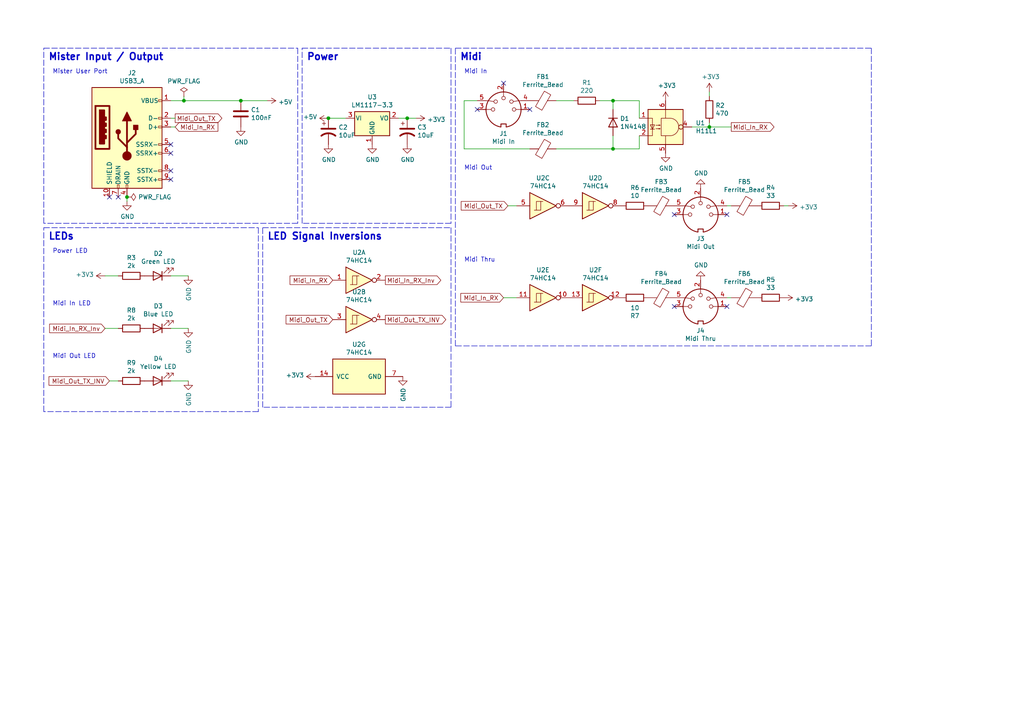
<source format=kicad_sch>
(kicad_sch (version 20211123) (generator eeschema)
  (paper "A4")
  (title_block (title "Mister Midi PCB") (date "2021-06-27") (rev "1.0"))
  (lib_symbols
    (symbol "74xx:74HC14" (pin_names (offset 1.016))
      (property "Reference" "U" (at 0 1.27 0))
      (property "Value" "74HC14" (at 0 -1.27 0))
      (symbol "74HC14_1_0"
        (polyline (pts (xy -3.81 3.81) (xy -3.81 -3.81) (xy 3.81 0) (xy -3.81 3.81)) (stroke (width 0.254)) (fill (type background)))
        (pin input line (at -7.62 0 0) (length 3.81) (name "~") (number "1"))
        (pin output inverted (at 7.62 0 180) (length 3.81) (name "~") (number "2"))
      )
      (symbol "74HC14_1_1"
        (polyline (pts (xy -1.905 -1.27) (xy -1.905 1.27) (xy -0.635 1.27)))
        (polyline (pts (xy -2.54 -1.27) (xy -0.635 -1.27) (xy -0.635 1.27) (xy 0 1.27)))
      )
      (symbol "74HC14_2_0"
        (polyline (pts (xy -3.81 3.81) (xy -3.81 -3.81) (xy 3.81 0) (xy -3.81 3.81)) (stroke (width 0.254)) (fill (type background)))
        (pin input line (at -7.62 0 0) (length 3.81) (name "~") (number "3"))
        (pin output inverted (at 7.62 0 180) (length 3.81) (name "~") (number "4"))
      )
      (symbol "74HC14_2_1"
        (polyline (pts (xy -1.905 -1.27) (xy -1.905 1.27) (xy -0.635 1.27)))
        (polyline (pts (xy -2.54 -1.27) (xy -0.635 -1.27) (xy -0.635 1.27) (xy 0 1.27)))
      )
      (symbol "74HC14_3_0"
        (polyline (pts (xy -3.81 3.81) (xy -3.81 -3.81) (xy 3.81 0) (xy -3.81 3.81)) (stroke (width 0.254)) (fill (type background)))
        (pin input line (at -7.62 0 0) (length 3.81) (name "~") (number "5"))
        (pin output inverted (at 7.62 0 180) (length 3.81) (name "~") (number "6"))
      )
      (symbol "74HC14_3_1"
        (polyline (pts (xy -1.905 -1.27) (xy -1.905 1.27) (xy -0.635 1.27)))
        (polyline (pts (xy -2.54 -1.27) (xy -0.635 -1.27) (xy -0.635 1.27) (xy 0 1.27)))
      )
      (symbol "74HC14_4_0"
        (polyline (pts (xy -3.81 3.81) (xy -3.81 -3.81) (xy 3.81 0) (xy -3.81 3.81)) (stroke (width 0.254)) (fill (type background)))
        (pin output inverted (at 7.62 0 180) (length 3.81) (name "~") (number "8"))
        (pin input line (at -7.62 0 0) (length 3.81) (name "~") (number "9"))
      )
      (symbol "74HC14_4_1"
        (polyline (pts (xy -1.905 -1.27) (xy -1.905 1.27) (xy -0.635 1.27)))
        (polyline (pts (xy -2.54 -1.27) (xy -0.635 -1.27) (xy -0.635 1.27) (xy 0 1.27)))
      )
      (symbol "74HC14_5_0"
        (polyline (pts (xy -3.81 3.81) (xy -3.81 -3.81) (xy 3.81 0) (xy -3.81 3.81)) (stroke (width 0.254)) (fill (type background)))
        (pin output inverted (at 7.62 0 180) (length 3.81) (name "~") (number "10"))
        (pin input line (at -7.62 0 0) (length 3.81) (name "~") (number "11"))
      )
      (symbol "74HC14_5_1"
        (polyline (pts (xy -1.905 -1.27) (xy -1.905 1.27) (xy -0.635 1.27)))
        (polyline (pts (xy -2.54 -1.27) (xy -0.635 -1.27) (xy -0.635 1.27) (xy 0 1.27)))
      )
      (symbol "74HC14_6_0"
        (polyline (pts (xy -3.81 3.81) (xy -3.81 -3.81) (xy 3.81 0) (xy -3.81 3.81)) (stroke (width 0.254)) (fill (type background)))
        (pin output inverted (at 7.62 0 180) (length 3.81) (name "~") (number "12"))
        (pin input line (at -7.62 0 0) (length 3.81) (name "~") (number "13"))
      )
      (symbol "74HC14_6_1"
        (polyline (pts (xy -1.905 -1.27) (xy -1.905 1.27) (xy -0.635 1.27)))
        (polyline (pts (xy -2.54 -1.27) (xy -0.635 -1.27) (xy -0.635 1.27) (xy 0 1.27)))
      )
      (symbol "74HC14_7_0"
        (pin power_in line (at 0 12.7 270) (length 5.08) (name "VCC") (number "14"))
        (pin power_in line (at 0 -12.7 90) (length 5.08) (name "GND") (number "7"))
      )
      (symbol "74HC14_7_1"
        (rectangle (start -5.08 7.62) (end 5.08 -7.62) (stroke (width 0.254)) (fill (type background)))
      )
    )
    (symbol "Connector:DIN-5_180degree" (pin_names (offset 1.016))
      (property "Reference" "J" (at 3.175 5.715 0))
      (property "Value" "DIN-5_180degree" (at 0 -6.35 0))
      (symbol "DIN-5_180degree_0_1"
        (arc (start -5.08 0) (mid -3.8609 -3.3364) (end -0.762 -5.08) (stroke (width 0.254)))
        (circle (center -3.048 0) (radius 0.508))
        (circle (center -2.286 2.286) (radius 0.508))
        (polyline (pts (xy -5.08 0) (xy -3.556 0)))
        (polyline (pts (xy 0 5.08) (xy 0 3.81)))
        (polyline (pts (xy 5.08 0) (xy 3.556 0)))
        (polyline (pts (xy -5.08 2.54) (xy -4.318 2.54) (xy -2.794 2.286)))
        (polyline (pts (xy 5.08 2.54) (xy 4.318 2.54) (xy 2.794 2.286)))
        (polyline (pts (xy -0.762 -4.953) (xy -0.762 -4.191) (xy 0.762 -4.191) (xy 0.762 -4.953)) (stroke (width 0.254)))
        (circle (center 0 3.302) (radius 0.508))
        (arc (start 0.762 -5.08) (mid 3.8685 -3.343) (end 5.08 0) (stroke (width 0.254)))
        (circle (center 2.286 2.286) (radius 0.508))
        (circle (center 3.048 0) (radius 0.508))
        (arc (start 5.08 0) (mid 0 5.08) (end -5.08 0) (stroke (width 0.254)))
      )
      (symbol "DIN-5_180degree_1_1"
        (pin passive line (at -7.62 0 0) (length 2.54) (name "~") (number "1"))
        (pin passive line (at 0 7.62 270) (length 2.54) (name "~") (number "2"))
        (pin passive line (at 7.62 0 180) (length 2.54) (name "~") (number "3"))
        (pin passive line (at -7.62 2.54 0) (length 2.54) (name "~") (number "4"))
        (pin passive line (at 7.62 2.54 180) (length 2.54) (name "~") (number "5"))
      )
    )
    (symbol "Connector:USB3_A" (pin_names (offset 1.016))
      (property "Reference" "J" (at -10.16 15.24 0))
      (property "Value" "USB3_A" (at 10.16 15.24 0))
      (symbol "USB3_A_0_0"
        (rectangle (start -9.144 8.636) (end -5.08 -3.81) (stroke (width 0.508)))
        (rectangle (start -7.874 7.366) (end -6.604 -2.286) (stroke (width 0.508)) (fill (type outline)))
        (rectangle (start -6.35 0) (end -6.096 -0.762) (stroke (width 0.508)))
        (rectangle (start -6.35 1.778) (end -6.096 1.016) (stroke (width 0.508)))
        (rectangle (start -6.35 3.556) (end -6.096 2.794) (stroke (width 0.508)))
        (rectangle (start -6.35 5.334) (end -6.096 4.572) (stroke (width 0.508)))
        (rectangle (start -2.794 -15.24) (end -2.286 -14.224))
        (rectangle (start -0.254 -15.24) (end 0.254 -14.224))
        (rectangle (start 10.16 -12.446) (end 9.144 -12.954))
        (rectangle (start 10.16 -9.906) (end 9.144 -10.414))
        (rectangle (start 10.16 -4.826) (end 9.144 -5.334))
        (rectangle (start 10.16 -2.286) (end 9.144 -2.794))
        (rectangle (start 10.16 2.794) (end 9.144 2.286))
        (rectangle (start 10.16 5.334) (end 9.144 4.826))
        (rectangle (start 10.16 10.414) (end 9.144 9.906))
      )
      (symbol "USB3_A_0_1"
        (rectangle (start -10.16 13.97) (end 10.16 -15.24) (stroke (width 0.254)) (fill (type background)))
      )
      (symbol "USB3_A_1_1"
        (circle (center -2.54 1.143) (radius 0.635) (stroke (width 0.254)) (fill (type outline)))
        (circle (center 0 -5.842) (radius 1.27) (fill (type outline)))
        (polyline (pts (xy 0 -5.842) (xy 0 4.318)) (stroke (width 0.508)))
        (polyline (pts (xy 0 -3.302) (xy -2.54 -0.762) (xy -2.54 0.508)) (stroke (width 0.508)))
        (polyline (pts (xy 0 -2.032) (xy 2.54 0.508) (xy 2.54 1.778)) (stroke (width 0.508)))
        (polyline (pts (xy -1.27 4.318) (xy 0 6.858) (xy 1.27 4.318) (xy -1.27 4.318)) (stroke (width 0.254)) (fill (type outline)))
        (rectangle (start 1.905 1.778) (end 3.175 3.048) (stroke (width 0.254)) (fill (type outline)))
        (pin power_in line (at 12.7 10.16 180) (length 2.54) (name "VBUS") (number "1"))
        (pin passive line (at -5.08 -17.78 90) (length 2.54) (name "SHIELD") (number "10"))
        (pin bidirectional line (at 12.7 5.08 180) (length 2.54) (name "D-") (number "2"))
        (pin bidirectional line (at 12.7 2.54 180) (length 2.54) (name "D+") (number "3"))
        (pin power_in line (at 0 -17.78 90) (length 2.54) (name "GND") (number "4"))
        (pin output line (at 12.7 -2.54 180) (length 2.54) (name "SSRX-") (number "5"))
        (pin output line (at 12.7 -5.08 180) (length 2.54) (name "SSRX+") (number "6"))
        (pin passive line (at -2.54 -17.78 90) (length 2.54) (name "DRAIN") (number "7"))
        (pin input line (at 12.7 -10.16 180) (length 2.54) (name "SSTX-") (number "8"))
        (pin input line (at 12.7 -12.7 180) (length 2.54) (name "SSTX+") (number "9"))
      )
    )
    (symbol "Device:C" (pin_numbers hide) (pin_names (offset 0.254))
      (property "Reference" "C" (at 0.635 2.54 0))
      (property "Value" "C" (at 0.635 -2.54 0))
      (symbol "C_0_1"
        (polyline (pts (xy -2.032 -0.762) (xy 2.032 -0.762)) (stroke (width 0.508)))
        (polyline (pts (xy -2.032 0.762) (xy 2.032 0.762)) (stroke (width 0.508)))
      )
      (symbol "C_1_1"
        (pin passive line (at 0 3.81 270) (length 2.794) (name "~") (number "1"))
        (pin passive line (at 0 -3.81 90) (length 2.794) (name "~") (number "2"))
      )
    )
    (symbol "Device:C_Polarized_US" (pin_numbers hide) (pin_names (offset 0.254) hide)
      (property "Reference" "C" (at 0.635 2.54 0))
      (property "Value" "C_Polarized_US" (at 0.635 -2.54 0))
      (symbol "C_Polarized_US_0_1"
        (polyline (pts (xy -2.032 0.762) (xy 2.032 0.762)) (stroke (width 0.508)))
        (polyline (pts (xy -1.778 2.286) (xy -0.762 2.286)))
        (polyline (pts (xy -1.27 1.778) (xy -1.27 2.794)))
        (arc (start 2.032 -1.27) (mid 0 -0.5572) (end -2.032 -1.27) (stroke (width 0.508)))
      )
      (symbol "C_Polarized_US_1_1"
        (pin passive line (at 0 3.81 270) (length 2.794) (name "~") (number "1"))
        (pin passive line (at 0 -3.81 90) (length 3.302) (name "~") (number "2"))
      )
    )
    (symbol "Device:D" (pin_numbers hide) (pin_names (offset 1.016) hide)
      (property "Reference" "D" (at 0 2.54 0))
      (property "Value" "D" (at 0 -2.54 0))
      (symbol "D_0_1"
        (polyline (pts (xy -1.27 1.27) (xy -1.27 -1.27)) (stroke (width 0.254)))
        (polyline (pts (xy 1.27 0) (xy -1.27 0)))
        (polyline (pts (xy 1.27 1.27) (xy 1.27 -1.27) (xy -1.27 0) (xy 1.27 1.27)) (stroke (width 0.254)))
      )
      (symbol "D_1_1"
        (pin passive line (at -3.81 0 0) (length 2.54) (name "K") (number "1"))
        (pin passive line (at 3.81 0 180) (length 2.54) (name "A") (number "2"))
      )
    )
    (symbol "Device:LED" (pin_numbers hide) (pin_names (offset 1.016) hide)
      (property "Reference" "D" (at 0 2.54 0))
      (property "Value" "LED" (at 0 -2.54 0))
      (symbol "LED_0_1"
        (polyline (pts (xy -1.27 -1.27) (xy -1.27 1.27)) (stroke (width 0.254)))
        (polyline (pts (xy -1.27 0) (xy 1.27 0)))
        (polyline (pts (xy 1.27 -1.27) (xy 1.27 1.27) (xy -1.27 0) (xy 1.27 -1.27)) (stroke (width 0.254)))
        (polyline (pts (xy -3.048 -0.762) (xy -4.572 -2.286) (xy -3.81 -2.286) (xy -4.572 -2.286) (xy -4.572 -1.524)))
        (polyline (pts (xy -1.778 -0.762) (xy -3.302 -2.286) (xy -2.54 -2.286) (xy -3.302 -2.286) (xy -3.302 -1.524)))
      )
      (symbol "LED_1_1"
        (pin passive line (at -3.81 0 0) (length 2.54) (name "K") (number "1"))
        (pin passive line (at 3.81 0 180) (length 2.54) (name "A") (number "2"))
      )
    )
    (symbol "Device:R" (pin_numbers hide) (pin_names (offset 0))
      (property "Reference" "R" (at 2.032 0 90))
      (property "Value" "R" (at 0 0 90))
      (symbol "R_0_1"
        (rectangle (start -1.016 -2.54) (end 1.016 2.54) (stroke (width 0.254)))
      )
      (symbol "R_1_1"
        (pin passive line (at 0 3.81 270) (length 1.27) (name "~") (number "1"))
        (pin passive line (at 0 -3.81 90) (length 1.27) (name "~") (number "2"))
      )
    )
    (symbol "Isolator:H11L1" (pin_names (offset 1.016))
      (property "Reference" "U" (at 1.27 8.89 0))
      (property "Value" "H11L1" (at 1.27 6.35 0))
      (symbol "H11L1_0_1"
        (rectangle (start -5.08 5.08) (end 5.08 -5.08) (stroke (width 0.254)) (fill (type background)))
        (polyline (pts (xy -4.445 -0.635) (xy -3.175 -0.635)))
        (polyline (pts (xy 0 2.54) (xy 0 5.08)))
        (polyline (pts (xy 0 -2.54) (xy 0 -5.08) (xy 0 -3.81)))
        (polyline (pts (xy -5.08 -2.54) (xy -3.81 -2.54) (xy -3.81 2.54) (xy -5.08 2.54)))
        (polyline (pts (xy -3.81 -0.635) (xy -4.445 0.635) (xy -3.175 0.635) (xy -3.81 -0.635)))
        (polyline (pts (xy 1.27 -2.54) (xy -1.27 -2.54) (xy -1.27 2.54) (xy 1.27 2.54)))
        (polyline (pts (xy -2.794 -0.508) (xy -1.524 -0.508) (xy -1.905 -0.635) (xy -1.905 -0.381) (xy -1.524 -0.508)))
        (polyline (pts (xy -2.794 0.508) (xy -1.524 0.508) (xy -1.905 0.381) (xy -1.905 0.635) (xy -1.524 0.508)))
        (arc (start 1.27 -2.54) (mid 3.81 0) (end 1.27 2.54))
      )
      (symbol "H11L1_1_1"
        (pin passive line (at -7.62 2.54 0) (length 2.54) (name "~") (number "1"))
        (pin passive line (at -7.62 -2.54 0) (length 2.54) (name "~") (number "2"))
        (pin no_connect line (at -5.08 0 0) (length 2.54) hide (name "~") (number "3"))
        (pin output inverted (at 7.62 0 180) (length 3.81) (name "~") (number "4"))
        (pin power_in line (at 0 -7.62 90) (length 2.54) (name "~") (number "5"))
        (pin power_in line (at 0 7.62 270) (length 2.54) (name "~") (number "6"))
      )
    )
    (symbol "Regulator_Linear:LM1117-3.3" (pin_names (offset 0.254))
      (property "Reference" "U" (at -3.81 3.175 0))
      (property "Value" "LM1117-3.3" (at 0 3.175 0))
      (symbol "LM1117-3.3_0_1"
        (rectangle (start -5.08 -5.08) (end 5.08 1.905) (stroke (width 0.254)) (fill (type background)))
      )
      (symbol "LM1117-3.3_1_1"
        (pin power_in line (at 0 -7.62 90) (length 2.54) (name "GND") (number "1"))
        (pin power_out line (at 7.62 0 180) (length 2.54) (name "VO") (number "2"))
        (pin power_in line (at -7.62 0 0) (length 2.54) (name "VI") (number "3"))
      )
    )
    (symbol "mister-midi-pcb-rescue:CP1-Device" (pin_numbers hide) (pin_names (offset 0.254) hide)
      (property "Reference" "C" (at 0.635 2.54 0))
      (property "Value" "CP1-Device" (at 0.635 -2.54 0))
      (symbol "CP1-Device_0_1"
        (polyline (pts (xy -2.032 0.762) (xy 2.032 0.762)) (stroke (width 0.508)))
        (polyline (pts (xy -1.778 2.286) (xy -0.762 2.286)))
        (polyline (pts (xy -1.27 1.778) (xy -1.27 2.794)))
        (arc (start 2.032 -1.27) (mid 0 -0.5572) (end -2.032 -1.27) (stroke (width 0.508)))
      )
      (symbol "CP1-Device_1_1"
        (pin passive line (at 0 3.81 270) (length 2.794) (name "~") (number "1"))
        (pin passive line (at 0 -3.81 90) (length 3.302) (name "~") (number "2"))
      )
    )
    (symbol "mister-midi-pcb-rescue:Ferrite_Bead-Device" (pin_numbers hide) (pin_names (offset 0))
      (property "Reference" "FB" (at -3.81 0.635 90))
      (property "Value" "Ferrite_Bead-Device" (at 3.81 0 90))
      (symbol "Ferrite_Bead-Device_0_1"
        (polyline (pts (xy 0 -1.27) (xy 0 -1.2192)))
        (polyline (pts (xy 0 1.27) (xy 0 1.2954)))
        (polyline (pts (xy -2.7686 0.4064) (xy -1.7018 2.2606) (xy 2.7686 -0.3048) (xy 1.6764 -2.159) (xy -2.7686 0.4064)))
      )
      (symbol "Ferrite_Bead-Device_1_1"
        (pin passive line (at 0 3.81 270) (length 2.54) (name "~") (number "1"))
        (pin passive line (at 0 -3.81 90) (length 2.54) (name "~") (number "2"))
      )
    )
    (symbol "power:+3.3V" (power) (pin_names (offset 0))
      (property "Value" "+3.3V" (at 0 3.556 0))
      (symbol "+3.3V_0_1"
        (polyline (pts (xy -0.762 1.27) (xy 0 2.54)))
        (polyline (pts (xy 0 0) (xy 0 2.54)))
        (polyline (pts (xy 0 2.54) (xy 0.762 1.27)))
      )
      (symbol "+3.3V_1_1"
        (pin power_in line (at 0 0 90) (length 0) hide (name "+3V3") (number "1"))
      )
    )
    (symbol "power:+5V" (power) (pin_names (offset 0))
      (property "Value" "+5V" (at 0 3.556 0))
      (symbol "+5V_0_1"
        (polyline (pts (xy -0.762 1.27) (xy 0 2.54)))
        (polyline (pts (xy 0 0) (xy 0 2.54)))
        (polyline (pts (xy 0 2.54) (xy 0.762 1.27)))
      )
      (symbol "+5V_1_1"
        (pin power_in line (at 0 0 90) (length 0) hide (name "+5V") (number "1"))
      )
    )
    (symbol "power:GND" (power) (pin_names (offset 0))
      (property "Value" "GND" (at 0 -3.81 0))
      (symbol "GND_0_1"
        (polyline (pts (xy 0 0) (xy 0 -1.27) (xy 1.27 -1.27) (xy 0 -2.54) (xy -1.27 -1.27) (xy 0 -1.27)))
      )
      (symbol "GND_1_1"
        (pin power_in line (at 0 0 270) (length 0) hide (name "GND") (number "1"))
      )
    )
    (symbol "power:PWR_FLAG" (power) (pin_numbers hide) (pin_names (offset 0) hide)
      (property "Value" "PWR_FLAG" (at 0 3.81 0))
      (symbol "PWR_FLAG_0_0"
        (pin power_out line (at 0 0 90) (length 0) (name "pwr") (number "1"))
      )
      (symbol "PWR_FLAG_0_1"
        (polyline (pts (xy 0 0) (xy 0 1.27) (xy -1.016 1.905) (xy 0 2.54) (xy 1.016 1.905) (xy 0 1.27)))
      )
    )
  )
  (junction (at 118.11 34.29))
  (junction (at 36.83 57.15))
  (junction (at 53.34 29.21))
  (junction (at 205.74 36.83))
  (junction (at 177.8 29.21))
  (junction (at 69.85 29.21))
  (junction (at 95.25 34.29))
  (junction (at 177.8 43.18))
  (no_connect (at 49.53 44.45))
  (no_connect (at 49.53 41.91))
  (no_connect (at 210.82 62.23))
  (no_connect (at 31.75 57.15))
  (no_connect (at 195.58 88.9))
  (no_connect (at 153.67 31.75))
  (no_connect (at 210.82 88.9))
  (no_connect (at 49.53 52.07))
  (no_connect (at 34.29 57.15))
  (no_connect (at 138.43 31.75))
  (no_connect (at 49.53 49.53))
  (no_connect (at 195.58 62.23))
  (no_connect (at 146.05 24.13))
  (polyline (pts (xy 252.73 100.33) (xy 132.08 100.33)))
  (wire (pts (xy 228.6 59.69) (xy 227.33 59.69)))
  (wire (pts (xy 212.09 59.69) (xy 210.82 59.69)))
  (wire (pts (xy 205.74 27.94) (xy 205.74 26.67)))
  (polyline (pts (xy 12.7 13.97) (xy 86.36 13.97)))
  (wire (pts (xy 118.11 34.29) (xy 120.65 34.29)))
  (wire (pts (xy 30.48 80.01) (xy 34.29 80.01)))
  (wire (pts (xy 134.62 43.18) (xy 153.67 43.18)))
  (wire (pts (xy 95.25 34.29) (xy 100.33 34.29)))
  (polyline (pts (xy 12.7 66.04) (xy 74.93 66.04)))
  (wire (pts (xy 69.85 29.21) (xy 77.47 29.21)))
  (polyline (pts (xy 86.36 13.97) (xy 86.36 64.77)))
  (wire (pts (xy 185.42 29.21) (xy 185.42 34.29)))
  (wire (pts (xy 177.8 29.21) (xy 185.42 29.21)))
  (polyline (pts (xy 132.08 13.97) (xy 252.73 13.97)))
  (wire (pts (xy 53.34 29.21) (xy 53.34 27.94)))
  (polyline (pts (xy 130.81 64.77) (xy 87.63 64.77)))
  (polyline (pts (xy 74.93 119.38) (xy 12.7 119.38)))
  (polyline (pts (xy 76.2 66.04) (xy 130.81 66.04)))
  (polyline (pts (xy 130.81 13.97) (xy 130.81 64.77)))
  (polyline (pts (xy 130.81 118.11) (xy 76.2 118.11)))
  (wire (pts (xy 161.29 43.18) (xy 177.8 43.18)))
  (wire (pts (xy 177.8 39.37) (xy 177.8 43.18)))
  (wire (pts (xy 49.53 34.29) (xy 50.8 34.29)))
  (wire (pts (xy 36.83 57.15) (xy 36.83 58.42)))
  (polyline (pts (xy 252.73 13.97) (xy 252.73 100.33)))
  (wire (pts (xy 205.74 36.83) (xy 205.74 35.56)))
  (wire (pts (xy 138.43 29.21) (xy 134.62 29.21)))
  (wire (pts (xy 49.53 110.49) (xy 54.61 110.49)))
  (wire (pts (xy 173.99 29.21) (xy 177.8 29.21)))
  (wire (pts (xy 115.57 34.29) (xy 118.11 34.29)))
  (wire (pts (xy 53.34 29.21) (xy 69.85 29.21)))
  (wire (pts (xy 205.74 36.83) (xy 212.09 36.83)))
  (wire (pts (xy 210.82 86.36) (xy 212.09 86.36)))
  (polyline (pts (xy 130.81 66.04) (xy 130.81 118.11)))
  (wire (pts (xy 49.53 80.01) (xy 54.61 80.01)))
  (wire (pts (xy 161.29 29.21) (xy 166.37 29.21)))
  (polyline (pts (xy 87.63 13.97) (xy 130.81 13.97)))
  (wire (pts (xy 177.8 31.75) (xy 177.8 29.21)))
  (polyline (pts (xy 76.2 118.11) (xy 76.2 66.04)))
  (wire (pts (xy 31.75 110.49) (xy 34.29 110.49)))
  (polyline (pts (xy 132.08 100.33) (xy 132.08 13.97)))
  (polyline (pts (xy 12.7 64.77) (xy 12.7 13.97)))
  (wire (pts (xy 200.66 36.83) (xy 205.74 36.83)))
  (polyline (pts (xy 86.36 64.77) (xy 12.7 64.77)))
  (wire (pts (xy 49.53 95.25) (xy 54.61 95.25)))
  (wire (pts (xy 177.8 43.18) (xy 185.42 43.18)))
  (wire (pts (xy 49.53 36.83) (xy 50.8 36.83)))
  (wire (pts (xy 134.62 29.21) (xy 134.62 43.18)))
  (wire (pts (xy 185.42 39.37) (xy 185.42 43.18)))
  (wire (pts (xy 30.48 95.25) (xy 34.29 95.25)))
  (polyline (pts (xy 87.63 64.77) (xy 87.63 13.97)))
  (wire (pts (xy 146.05 86.36) (xy 149.86 86.36)))
  (polyline (pts (xy 12.7 119.38) (xy 12.7 66.04)))
  (polyline (pts (xy 74.93 66.04) (xy 74.93 119.38)))
  (wire (pts (xy 147.32 59.69) (xy 149.86 59.69)))
  (wire (pts (xy 49.53 29.21) (xy 53.34 29.21)))
  (text "Midi Out" (at 134.62 49.53 0) (effects (font (size 1.27 1.27)) (justify left bottom)))
  (text "Midi Thru" (at 134.62 76.2 0) (effects (font (size 1.27 1.27)) (justify left bottom)))
  (text "Midi Out LED" (at 15.24 104.14 0) (effects (font (size 1.27 1.27)) (justify left bottom)))
  (text "Power LED" (at 15.24 73.66 0) (effects (font (size 1.27 1.27)) (justify left bottom)))
  (text "LEDs" (at 13.97 69.85 0) (effects (font (size 2.0066 2.0066) (thickness 0.4013) bold) (justify left bottom)))
  (text "Midi" (at 133.35 17.78 0) (effects (font (size 2.0066 2.0066) (thickness 0.4013) bold) (justify left bottom)))
  (text "Midi In" (at 134.62 21.59 0) (effects (font (size 1.27 1.27)) (justify left bottom)))
  (text "Mister User Port" (at 15.24 21.59 0) (effects (font (size 1.27 1.27)) (justify left bottom)))
  (text "Mister Input / Output\n" (at 13.97 17.78 0) (effects (font (size 2.0066 2.0066) (thickness 0.4013) bold) (justify left bottom)))
  (text "Midi In LED" (at 15.24 88.9 0) (effects (font (size 1.27 1.27)) (justify left bottom)))
  (text "Power\n" (at 88.9 17.78 0) (effects (font (size 2.0066 2.0066) (thickness 0.4013) bold) (justify left bottom)))
  (text "LED Signal Inversions" (at 77.47 69.85 0) (effects (font (size 2.0066 2.0066) (thickness 0.4013) bold) (justify left bottom)))
  (global_label "Midi_In_RX" (shape input) (at 50.8 36.83 0) (property "Intersheet References" "${INTERSHEET_REFS}" (effects hide)))
  (global_label "Midi_Out_TX" (shape output) (at 50.8 34.29 0) (property "Intersheet References" "${INTERSHEET_REFS}" (effects hide)))
  (global_label "Midi_Out_TX" (shape input) (at 96.52 92.71 180) (property "Intersheet References" "${INTERSHEET_REFS}" (effects hide)))
  (global_label "Midi_In_RX" (shape input) (at 96.52 81.28 180) (property "Intersheet References" "${INTERSHEET_REFS}" (effects hide)))
  (global_label "Midi_In_RX" (shape input) (at 146.05 86.36 180) (property "Intersheet References" "${INTERSHEET_REFS}" (effects hide)))
  (global_label "Midi_Out_TX_INV" (shape input) (at 31.75 110.49 180) (property "Intersheet References" "${INTERSHEET_REFS}" (effects hide)))
  (global_label "Midi_In_RX_Inv" (shape input) (at 30.48 95.25 180) (property "Intersheet References" "${INTERSHEET_REFS}" (effects hide)))
  (global_label "Midi_Out_TX" (shape input) (at 147.32 59.69 180) (property "Intersheet References" "${INTERSHEET_REFS}" (effects hide)))
  (global_label "Midi_Out_TX_INV" (shape output) (at 111.76 92.71 0) (property "Intersheet References" "${INTERSHEET_REFS}" (effects hide)))
  (global_label "Midi_In_RX" (shape output) (at 212.09 36.83 0) (property "Intersheet References" "${INTERSHEET_REFS}" (effects hide)))
  (global_label "Midi_In_RX_Inv" (shape output) (at 111.76 81.28 0) (property "Intersheet References" "${INTERSHEET_REFS}" (effects hide)))
  (symbol (lib_id "Connector:DIN-5_180degree") (at 146.05 31.75 0) (mirror y) (unit 1)
    (property "Reference" "J1" (at 146.05 38.735 0))
    (property "Value" "Midi In" (at 146.05 41.0464 0))
    (property "Footprint" "w_conn:din-5" (effects hide))
    (property "Datasheet" "http://www.mouser.com/ds/2/18/40_c091_abd_e-75918.pdf" (effects hide))
  )
  (symbol (lib_id "Connector:DIN-5_180degree") (at 203.2 62.23 0) (mirror y) (unit 1)
    (property "Reference" "J3" (at 203.2 69.215 0))
    (property "Value" "Midi Out" (at 203.2 71.5264 0))
    (property "Footprint" "w_conn:din-5" (effects hide))
    (property "Datasheet" "http://www.mouser.com/ds/2/18/40_c091_abd_e-75918.pdf" (effects hide))
  )
  (symbol (lib_id "Connector:DIN-5_180degree") (at 203.2 88.9 0) (mirror y) (unit 1)
    (property "Reference" "J4" (at 203.2 95.885 0))
    (property "Value" "Midi Thru" (at 203.2 98.1964 0))
    (property "Footprint" "w_conn:din-5" (effects hide))
    (property "Datasheet" "http://www.mouser.com/ds/2/18/40_c091_abd_e-75918.pdf" (effects hide))
  )
  (symbol (lib_id "Connector:USB3_A") (at 36.83 39.37 0) (unit 1)
    (property "Reference" "J2" (at 38.2778 21.1582 0))
    (property "Value" "USB3_A" (at 38.2778 23.4696 0))
    (property "Footprint" "samacsys:GSB3111113HR" (effects hide))
  )
  (symbol (lib_id "power:GND") (at 36.83 58.42 0) (unit 1)
    (property "Reference" "#PWR0101" (effects hide))
    (property "Value" "GND" (at 36.957 62.8142 0))
  )
  (symbol (lib_id "power:GND") (at 203.2 54.61 0) (mirror x) (unit 1)
    (property "Reference" "#PWR0102" (effects hide))
    (property "Value" "GND" (at 203.327 50.2158 0))
  )
  (symbol (lib_id "power:GND") (at 203.2 81.28 0) (mirror x) (unit 1)
    (property "Reference" "#PWR0103" (effects hide))
    (property "Value" "GND" (at 203.327 76.8858 0))
  )
  (symbol (lib_id "Isolator:H11L1") (at 193.04 36.83 0) (unit 1)
    (property "Reference" "U1" (at 201.7776 35.6616 0) (effects (justify left)))
    (property "Value" "H11L1" (at 201.7776 37.973 0) (effects (justify left)))
    (property "Footprint" "Package_DIP:SMDIP-6_W9.53mm_Clearance8mm" (effects hide))
    (property "Datasheet" "https://www.onsemi.com/pub/Collateral/H11L3M-D.PDF" (effects hide))
    (property "LCSC" "C899473" (effects hide))
  )
  (symbol (lib_id "power:GND") (at 193.04 44.45 0) (unit 1)
    (property "Reference" "#PWR0104" (effects hide))
    (property "Value" "GND" (at 193.167 48.8442 0))
  )
  (symbol (lib_id "Device:R") (at 170.18 29.21 270) (unit 1)
    (property "Reference" "R1" (at 170.18 23.9522 90))
    (property "Value" "220" (at 170.18 26.2636 90))
    (property "Footprint" "Resistor_SMD:R_0805_2012Metric_Pad1.20x1.40mm_HandSolder" (effects hide))
    (property "LCSC" "C17557" (effects hide))
  )
  (symbol (lib_id "Device:R") (at 205.74 31.75 0) (unit 1)
    (property "Reference" "R2" (at 207.518 30.5816 0) (effects (justify left)))
    (property "Value" "470" (at 207.518 32.893 0) (effects (justify left)))
    (property "Footprint" "Resistor_SMD:R_0805_2012Metric_Pad1.20x1.40mm_HandSolder" (effects hide))
    (property "LCSC" "C17710" (effects hide))
  )
  (symbol (lib_id "Device:D") (at 177.8 35.56 270) (unit 1)
    (property "Reference" "D1" (at 179.832 34.3916 90) (effects (justify left)))
    (property "Value" "1N4148" (at 179.832 36.703 90) (effects (justify left)))
    (property "Footprint" "Diode_SMD:D_SOD-323_HandSoldering" (effects hide))
    (property "LCSC" "C2128" (effects hide))
  )
  (symbol (lib_id "Device:R") (at 184.15 86.36 270) (mirror x) (unit 1)
    (property "Reference" "R7" (at 184.15 91.6178 90))
    (property "Value" "10" (at 184.15 89.3064 90))
    (property "Footprint" "Resistor_SMD:R_0805_2012Metric_Pad1.20x1.40mm_HandSolder" (effects hide))
    (property "LCSC" "C17415" (effects hide))
  )
  (symbol (lib_id "Device:R") (at 184.15 59.69 90) (mirror x) (unit 1)
    (property "Reference" "R6" (at 184.15 54.4322 90))
    (property "Value" "10" (at 184.15 56.7436 90))
    (property "Footprint" "Resistor_SMD:R_0805_2012Metric_Pad1.20x1.40mm_HandSolder" (effects hide))
    (property "LCSC" "C17415" (effects hide))
  )
  (symbol (lib_id "Device:R") (at 223.52 59.69 90) (mirror x) (unit 1)
    (property "Reference" "R4" (at 223.52 54.4322 90))
    (property "Value" "33" (at 223.52 56.7436 90))
    (property "Footprint" "Resistor_SMD:R_0805_2012Metric_Pad1.20x1.40mm_HandSolder" (effects hide))
    (property "LCSC" "C17634" (effects hide))
  )
  (symbol (lib_id "Device:R") (at 38.1 80.01 270) (unit 1)
    (property "Reference" "R3" (at 38.1 74.7522 90))
    (property "Value" "2k" (at 38.1 77.0636 90))
    (property "Footprint" "Resistor_SMD:R_0805_2012Metric_Pad1.20x1.40mm_HandSolder" (effects hide))
    (property "LCSC" "C17604" (effects hide))
  )
  (symbol (lib_id "Device:LED") (at 45.72 80.01 180) (unit 1)
    (property "Reference" "D2" (at 45.8978 73.533 0))
    (property "Value" "Green LED" (at 45.8978 75.8444 0))
    (property "Footprint" "LED_SMD:LED_0805_2012Metric_Pad1.15x1.40mm_HandSolder" (effects hide))
    (property "LCSC" "C2297" (effects hide))
  )
  (symbol (lib_id "power:GND") (at 54.61 80.01 0) (unit 1)
    (property "Reference" "#PWR0105" (effects hide))
    (property "Value" "GND" (at 54.737 83.2612 90) (effects (justify right)))
  )
  (symbol (lib_id "Device:C") (at 69.85 33.02 0) (unit 1)
    (property "Reference" "C1" (at 72.771 31.8516 0) (effects (justify left)))
    (property "Value" "100nF" (at 72.771 34.163 0) (effects (justify left)))
    (property "Footprint" "Capacitor_SMD:C_0805_2012Metric_Pad1.18x1.45mm_HandSolder" (effects hide))
    (property "LCSC" "C49678" (effects hide))
  )
  (symbol (lib_id "power:GND") (at 69.85 36.83 0) (unit 1)
    (property "Reference" "#PWR0106" (effects hide))
    (property "Value" "GND" (at 69.977 41.2242 0))
  )
  (symbol (lib_id "Device:R") (at 223.52 86.36 90) (mirror x) (unit 1)
    (property "Reference" "R5" (at 223.52 81.1022 90))
    (property "Value" "33" (at 223.52 83.4136 90))
    (property "Footprint" "Resistor_SMD:R_0805_2012Metric_Pad1.20x1.40mm_HandSolder" (effects hide))
    (property "LCSC" "C17634" (effects hide))
  )
  (symbol (lib_id "power:PWR_FLAG") (at 53.34 27.94 0) (unit 1)
    (property "Reference" "#FLG0101" (effects hide))
    (property "Value" "PWR_FLAG" (at 53.34 23.5458 0))
  )
  (symbol (lib_id "power:PWR_FLAG") (at 36.83 57.15 270) (unit 1)
    (property "Reference" "#FLG0102" (effects hide))
    (property "Value" "PWR_FLAG" (at 40.0812 57.15 90) (effects (justify left)))
  )
  (symbol (lib_id "mister-midi-pcb-rescue:Ferrite_Bead-Device") (at 157.48 29.21 270) (unit 1)
    (property "Reference" "FB1" (at 157.48 22.2504 90))
    (property "Value" "Ferrite_Bead" (at 157.48 24.5618 90))
    (property "Footprint" "Capacitor_SMD:C_0805_2012Metric_Pad1.18x1.45mm_HandSolder" (effects hide))
    (property "LCSC" "C85835" (effects hide))
  )
  (symbol (lib_id "mister-midi-pcb-rescue:Ferrite_Bead-Device") (at 157.48 43.18 270) (unit 1)
    (property "Reference" "FB2" (at 157.48 36.2204 90))
    (property "Value" "Ferrite_Bead" (at 157.48 38.5318 90))
    (property "Footprint" "Capacitor_SMD:C_0805_2012Metric_Pad1.18x1.45mm_HandSolder" (effects hide))
    (property "LCSC" "C85835" (effects hide))
  )
  (symbol (lib_id "power:+5V") (at 77.47 29.21 270) (unit 1)
    (property "Reference" "#PWR0107" (effects hide))
    (property "Value" "+5V" (at 80.7212 29.591 90) (effects (justify left)))
  )
  (symbol (lib_id "power:+5V") (at 95.25 34.29 90) (unit 1)
    (property "Reference" "#PWR0108" (effects hide))
    (property "Value" "+5V" (at 91.9988 33.909 90) (effects (justify left)))
  )
  (symbol (lib_id "power:+3.3V") (at 120.65 34.29 270) (unit 1)
    (property "Reference" "#PWR0109" (effects hide))
    (property "Value" "+3.3V" (at 123.9012 34.671 90) (effects (justify left)))
  )
  (symbol (lib_id "power:GND") (at 107.95 41.91 0) (unit 1)
    (property "Reference" "#PWR0110" (effects hide))
    (property "Value" "GND" (at 108.077 46.3042 0))
  )
  (symbol (lib_id "Device:C_Polarized_US") (at 95.25 38.1 0) (unit 1)
    (property "Reference" "C2" (at 98.171 36.9316 0) (effects (justify left)))
    (property "Value" "10uF" (at 98.171 39.243 0) (effects (justify left)))
    (property "Footprint" "Capacitor_Tantalum_SMD:CP_EIA-3216-18_Kemet-A_Pad1.58x1.35mm_HandSolder" (effects hide))
    (property "LCSC" "C7171" (effects hide))
  )
  (symbol (lib_id "power:GND") (at 95.25 41.91 0) (unit 1)
    (property "Reference" "#PWR0117" (effects hide))
    (property "Value" "GND" (at 95.377 46.3042 0))
  )
  (symbol (lib_id "mister-midi-pcb-rescue:CP1-Device") (at 118.11 38.1 0) (unit 1)
    (property "Reference" "C3" (at 121.031 36.9316 0) (effects (justify left)))
    (property "Value" "10uF" (at 121.031 39.243 0) (effects (justify left)))
    (property "Footprint" "Capacitor_Tantalum_SMD:CP_EIA-3216-18_Kemet-A_Pad1.58x1.35mm_HandSolder" (effects hide))
    (property "LCSC" "C7171" (effects hide))
  )
  (symbol (lib_id "power:+3.3V") (at 193.04 29.21 0) (unit 1)
    (property "Reference" "#PWR0111" (effects hide))
    (property "Value" "+3.3V" (at 193.421 24.8158 0))
  )
  (symbol (lib_id "power:+3.3V") (at 205.74 26.67 0) (unit 1)
    (property "Reference" "#PWR0112" (effects hide))
    (property "Value" "+3.3V" (at 206.121 22.2758 0))
  )
  (symbol (lib_id "power:GND") (at 118.11 41.91 0) (unit 1)
    (property "Reference" "#PWR0118" (effects hide))
    (property "Value" "GND" (at 118.237 46.3042 0))
  )
  (symbol (lib_id "power:+3.3V") (at 228.6 59.69 270) (unit 1)
    (property "Reference" "#PWR0114" (effects hide))
    (property "Value" "+3.3V" (at 231.8512 60.071 90) (effects (justify left)))
  )
  (symbol (lib_id "mister-midi-pcb-rescue:Ferrite_Bead-Device") (at 191.77 59.69 270) (unit 1)
    (property "Reference" "FB3" (at 191.77 52.7304 90))
    (property "Value" "Ferrite_Bead" (at 191.77 55.0418 90))
    (property "Footprint" "Capacitor_SMD:C_0805_2012Metric_Pad1.18x1.45mm_HandSolder" (effects hide))
    (property "LCSC" "C85835" (effects hide))
  )
  (symbol (lib_id "mister-midi-pcb-rescue:Ferrite_Bead-Device") (at 215.9 59.69 270) (unit 1)
    (property "Reference" "FB5" (at 215.9 52.7304 90))
    (property "Value" "Ferrite_Bead" (at 215.9 55.0418 90))
    (property "Footprint" "Capacitor_SMD:C_0805_2012Metric_Pad1.18x1.45mm_HandSolder" (effects hide))
    (property "LCSC" "C85835" (effects hide))
  )
  (symbol (lib_id "power:+3.3V") (at 227.33 86.36 270) (unit 1)
    (property "Reference" "#PWR0115" (effects hide))
    (property "Value" "+3.3V" (at 230.5812 86.741 90) (effects (justify left)))
  )
  (symbol (lib_id "mister-midi-pcb-rescue:Ferrite_Bead-Device") (at 215.9 86.36 270) (unit 1)
    (property "Reference" "FB6" (at 215.9 79.4004 90))
    (property "Value" "Ferrite_Bead" (at 215.9 81.7118 90))
    (property "Footprint" "Capacitor_SMD:C_0805_2012Metric_Pad1.18x1.45mm_HandSolder" (effects hide))
    (property "LCSC" "C85835" (effects hide))
  )
  (symbol (lib_id "mister-midi-pcb-rescue:Ferrite_Bead-Device") (at 191.77 86.36 270) (unit 1)
    (property "Reference" "FB4" (at 191.77 79.4004 90))
    (property "Value" "Ferrite_Bead" (at 191.77 81.7118 90))
    (property "Footprint" "Capacitor_SMD:C_0805_2012Metric_Pad1.18x1.45mm_HandSolder" (effects hide))
    (property "LCSC" "C85835" (effects hide))
  )
  (symbol (lib_id "74xx:74HC14") (at 104.14 81.28 0) (unit 1)
    (property "Reference" "U2" (at 104.14 73.2282 0))
    (property "Value" "74HC14" (at 104.14 75.5396 0))
    (property "Footprint" "Package_SO:SO-14_3.9x8.65mm_P1.27mm" (effects hide))
    (property "Datasheet" "http://www.ti.com/lit/gpn/sn74HC14" (effects hide))
    (property "LCSC" "C5605" (effects hide))
  )
  (symbol (lib_id "74xx:74HC14") (at 104.14 92.71 0) (unit 2)
    (property "Reference" "U2" (at 104.14 84.6582 0))
    (property "Value" "74HC14" (at 104.14 86.9696 0))
    (property "Footprint" "Package_SO:SO-14_3.9x8.65mm_P1.27mm" (effects hide))
    (property "Datasheet" "http://www.ti.com/lit/gpn/sn74HC14" (effects hide))
    (property "LCSC" "C5605" (effects hide))
  )
  (symbol (lib_id "74xx:74HC14") (at 157.48 59.69 0) (unit 3)
    (property "Reference" "U2" (at 157.48 51.6382 0))
    (property "Value" "74HC14" (at 157.48 53.9496 0))
    (property "Footprint" "Package_SO:SO-14_3.9x8.65mm_P1.27mm" (effects hide))
    (property "Datasheet" "http://www.ti.com/lit/gpn/sn74HC14" (effects hide))
    (property "LCSC" "C5605" (effects hide))
  )
  (symbol (lib_id "74xx:74HC14") (at 172.72 59.69 0) (unit 4)
    (property "Reference" "U2" (at 172.72 51.6382 0))
    (property "Value" "74HC14" (at 172.72 53.9496 0))
    (property "Footprint" "Package_SO:SO-14_3.9x8.65mm_P1.27mm" (effects hide))
    (property "Datasheet" "http://www.ti.com/lit/gpn/sn74HC14" (effects hide))
    (property "LCSC" "C5605" (effects hide))
  )
  (symbol (lib_id "74xx:74HC14") (at 157.48 86.36 0) (unit 5)
    (property "Reference" "U2" (at 157.48 78.3082 0))
    (property "Value" "74HC14" (at 157.48 80.6196 0))
    (property "Footprint" "Package_SO:SO-14_3.9x8.65mm_P1.27mm" (effects hide))
    (property "Datasheet" "http://www.ti.com/lit/gpn/sn74HC14" (effects hide))
    (property "LCSC" "C5605" (effects hide))
  )
  (symbol (lib_id "74xx:74HC14") (at 172.72 86.36 0) (unit 6)
    (property "Reference" "U2" (at 172.72 78.3082 0))
    (property "Value" "74HC14" (at 172.72 80.6196 0))
    (property "Footprint" "Package_SO:SO-14_3.9x8.65mm_P1.27mm" (effects hide))
    (property "Datasheet" "http://www.ti.com/lit/gpn/sn74HC14" (effects hide))
    (property "LCSC" "C5605" (effects hide))
  )
  (symbol (lib_id "74xx:74HC14") (at 104.14 109.22 90) (unit 7)
    (property "Reference" "U2" (at 104.14 99.8982 90))
    (property "Value" "74HC14" (at 104.14 102.2096 90))
    (property "Footprint" "Package_SO:SO-14_3.9x8.65mm_P1.27mm" (effects hide))
    (property "Datasheet" "http://www.ti.com/lit/gpn/sn74HC14" (effects hide))
    (property "LCSC" "C5605" (effects hide))
  )
  (symbol (lib_id "power:GND") (at 116.84 109.22 0) (unit 1)
    (property "Reference" "#PWR0116" (effects hide))
    (property "Value" "GND" (at 116.967 112.4712 90) (effects (justify right)))
  )
  (symbol (lib_id "power:+3.3V") (at 91.44 109.22 90) (unit 1)
    (property "Reference" "#PWR0121" (effects hide))
    (property "Value" "+3.3V" (at 88.1888 108.839 90) (effects (justify left)))
  )
  (symbol (lib_id "Device:R") (at 38.1 95.25 270) (unit 1)
    (property "Reference" "R8" (at 38.1 89.9922 90))
    (property "Value" "2k" (at 38.1 92.3036 90))
    (property "Footprint" "Resistor_SMD:R_0805_2012Metric_Pad1.20x1.40mm_HandSolder" (effects hide))
    (property "LCSC" "C17604" (effects hide))
  )
  (symbol (lib_id "Device:LED") (at 45.72 95.25 180) (unit 1)
    (property "Reference" "D3" (at 45.8978 88.773 0))
    (property "Value" "Blue LED" (at 45.8978 91.0844 0))
    (property "Footprint" "LED_SMD:LED_0805_2012Metric_Pad1.15x1.40mm_HandSolder" (effects hide))
    (property "LCSC" "C2293" (effects hide))
  )
  (symbol (lib_id "power:GND") (at 54.61 95.25 0) (unit 1)
    (property "Reference" "#PWR0122" (effects hide))
    (property "Value" "GND" (at 54.737 98.5012 90) (effects (justify right)))
  )
  (symbol (lib_id "Device:R") (at 38.1 110.49 270) (unit 1)
    (property "Reference" "R9" (at 38.1 105.2322 90))
    (property "Value" "2k" (at 38.1 107.5436 90))
    (property "Footprint" "Resistor_SMD:R_0805_2012Metric_Pad1.20x1.40mm_HandSolder" (effects hide))
    (property "LCSC" "C17604" (effects hide))
  )
  (symbol (lib_id "Device:LED") (at 45.72 110.49 180) (unit 1)
    (property "Reference" "D4" (at 45.8978 104.013 0))
    (property "Value" "Yellow LED" (at 45.8978 106.3244 0))
    (property "Footprint" "LED_SMD:LED_0805_2012Metric_Pad1.15x1.40mm_HandSolder" (effects hide))
    (property "LCSC" "C2296" (effects hide))
  )
  (symbol (lib_id "power:GND") (at 54.61 110.49 0) (unit 1)
    (property "Reference" "#PWR0123" (effects hide))
    (property "Value" "GND" (at 54.737 113.7412 90) (effects (justify right)))
  )
  (symbol (lib_id "Regulator_Linear:LM1117-3.3") (at 107.95 34.29 0) (unit 1)
    (property "Reference" "U3" (at 107.95 28.1432 0))
    (property "Value" "LM1117-3.3" (at 107.95 30.4546 0))
    (property "Footprint" "Package_TO_SOT_SMD:SOT-223-3_TabPin2" (effects hide))
    (property "Datasheet" "http://www.ti.com/lit/ds/symlink/lm1117.pdf" (effects hide))
    (property "LCSC" "C126027" (effects hide))
  )
  (symbol (lib_id "power:+3.3V") (at 30.48 80.01 90) (unit 1)
    (property "Reference" "#PWR0113" (effects hide))
    (property "Value" "+3.3V" (at 27.2288 79.629 90) (effects (justify left)))
  )
)
</source>
